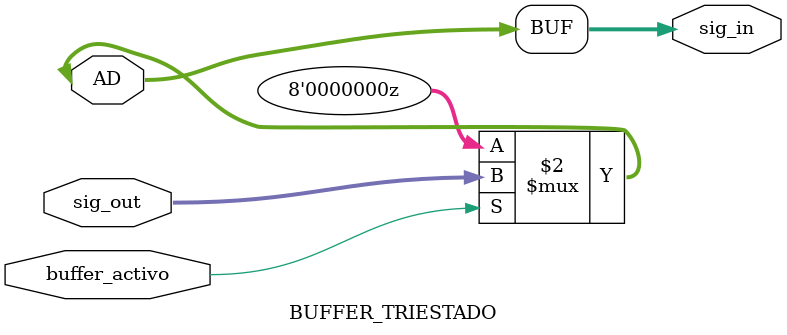
<source format=v>
`timescale 1ns / 1ps
module BUFFER_TRIESTADO(
	inout wire [7:0] AD,
	
	input wire [7:0] sig_out,
	
	output wire [7:0] sig_in,
	
	input wire buffer_activo
   );

	assign AD = (buffer_activo) ? sig_out : 1'bz;
	assign sig_in = AD;

endmodule

</source>
